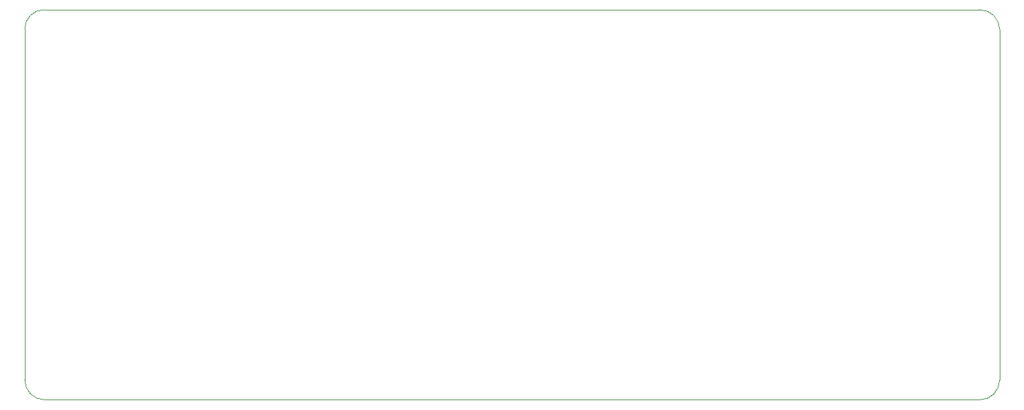
<source format=gm1>
%TF.GenerationSoftware,KiCad,Pcbnew,8.0.5*%
%TF.CreationDate,2024-11-27T10:13:54+02:00*%
%TF.ProjectId,W65C816 Debug Display,57363543-3831-4362-9044-656275672044,V1*%
%TF.SameCoordinates,PX2b4c984PY5781bbc*%
%TF.FileFunction,Profile,NP*%
%FSLAX46Y46*%
G04 Gerber Fmt 4.6, Leading zero omitted, Abs format (unit mm)*
G04 Created by KiCad (PCBNEW 8.0.5) date 2024-11-27 10:13:54*
%MOMM*%
%LPD*%
G01*
G04 APERTURE LIST*
%TA.AperFunction,Profile*%
%ADD10C,0.100000*%
%TD*%
G04 APERTURE END LIST*
D10*
X-2032000Y-2413000D02*
X-2032000Y42976800D01*
X121389085Y45453300D02*
G75*
G02*
X123952000Y42890385I15J-2562900D01*
G01*
X123952000Y-2413000D02*
G75*
G02*
X121389085Y-4975900I-2562900J0D01*
G01*
X-2032000Y42976800D02*
G75*
G02*
X444500Y45453300I2476500J0D01*
G01*
X444500Y45453300D02*
X121389085Y45453300D01*
X530915Y-4975915D02*
G75*
G02*
X-2032015Y-2413000I-15J2562915D01*
G01*
X123952000Y-2413000D02*
X123952000Y42890385D01*
X121389085Y-4975915D02*
X530915Y-4975915D01*
M02*

</source>
